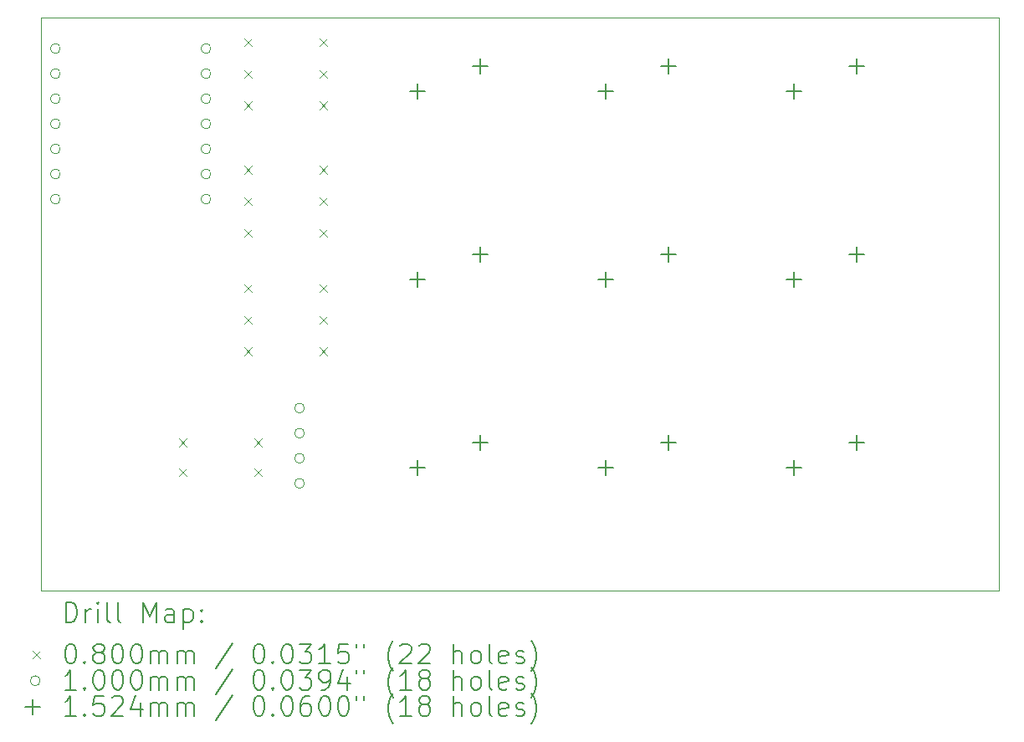
<source format=gbr>
%TF.GenerationSoftware,KiCad,Pcbnew,8.0.5+1*%
%TF.CreationDate,2024-10-20T23:15:56-06:00*%
%TF.ProjectId,Hackpad,4861636b-7061-4642-9e6b-696361645f70,rev?*%
%TF.SameCoordinates,Original*%
%TF.FileFunction,Drillmap*%
%TF.FilePolarity,Positive*%
%FSLAX45Y45*%
G04 Gerber Fmt 4.5, Leading zero omitted, Abs format (unit mm)*
G04 Created by KiCad (PCBNEW 8.0.5+1) date 2024-10-20 23:15:56*
%MOMM*%
%LPD*%
G01*
G04 APERTURE LIST*
%ADD10C,0.100000*%
%ADD11C,0.200000*%
%ADD12C,0.152400*%
G04 APERTURE END LIST*
D10*
X1600000Y-1500000D02*
X11300000Y-1500000D01*
X11300000Y-7300000D01*
X1600000Y-7300000D01*
X1600000Y-1500000D01*
D11*
D10*
X2998000Y-5760000D02*
X3078000Y-5840000D01*
X3078000Y-5760000D02*
X2998000Y-5840000D01*
X2998000Y-6060000D02*
X3078000Y-6140000D01*
X3078000Y-6060000D02*
X2998000Y-6140000D01*
X3660000Y-1707000D02*
X3740000Y-1787000D01*
X3740000Y-1707000D02*
X3660000Y-1787000D01*
X3660000Y-2027000D02*
X3740000Y-2107000D01*
X3740000Y-2027000D02*
X3660000Y-2107000D01*
X3660000Y-2347000D02*
X3740000Y-2427000D01*
X3740000Y-2347000D02*
X3660000Y-2427000D01*
X3660000Y-2997000D02*
X3740000Y-3077000D01*
X3740000Y-2997000D02*
X3660000Y-3077000D01*
X3660000Y-3317000D02*
X3740000Y-3397000D01*
X3740000Y-3317000D02*
X3660000Y-3397000D01*
X3660000Y-3637000D02*
X3740000Y-3717000D01*
X3740000Y-3637000D02*
X3660000Y-3717000D01*
X3660000Y-4197000D02*
X3740000Y-4277000D01*
X3740000Y-4197000D02*
X3660000Y-4277000D01*
X3660000Y-4517000D02*
X3740000Y-4597000D01*
X3740000Y-4517000D02*
X3660000Y-4597000D01*
X3660000Y-4837000D02*
X3740000Y-4917000D01*
X3740000Y-4837000D02*
X3660000Y-4917000D01*
X3760000Y-5760000D02*
X3840000Y-5840000D01*
X3840000Y-5760000D02*
X3760000Y-5840000D01*
X3760000Y-6060000D02*
X3840000Y-6140000D01*
X3840000Y-6060000D02*
X3760000Y-6140000D01*
X4422000Y-1707000D02*
X4502000Y-1787000D01*
X4502000Y-1707000D02*
X4422000Y-1787000D01*
X4422000Y-2027000D02*
X4502000Y-2107000D01*
X4502000Y-2027000D02*
X4422000Y-2107000D01*
X4422000Y-2347000D02*
X4502000Y-2427000D01*
X4502000Y-2347000D02*
X4422000Y-2427000D01*
X4422000Y-2997000D02*
X4502000Y-3077000D01*
X4502000Y-2997000D02*
X4422000Y-3077000D01*
X4422000Y-3317000D02*
X4502000Y-3397000D01*
X4502000Y-3317000D02*
X4422000Y-3397000D01*
X4422000Y-3637000D02*
X4502000Y-3717000D01*
X4502000Y-3637000D02*
X4422000Y-3717000D01*
X4422000Y-4197000D02*
X4502000Y-4277000D01*
X4502000Y-4197000D02*
X4422000Y-4277000D01*
X4422000Y-4517000D02*
X4502000Y-4597000D01*
X4502000Y-4517000D02*
X4422000Y-4597000D01*
X4422000Y-4837000D02*
X4502000Y-4917000D01*
X4502000Y-4837000D02*
X4422000Y-4917000D01*
X1798000Y-1810500D02*
G75*
G02*
X1698000Y-1810500I-50000J0D01*
G01*
X1698000Y-1810500D02*
G75*
G02*
X1798000Y-1810500I50000J0D01*
G01*
X1798000Y-2064500D02*
G75*
G02*
X1698000Y-2064500I-50000J0D01*
G01*
X1698000Y-2064500D02*
G75*
G02*
X1798000Y-2064500I50000J0D01*
G01*
X1798000Y-2318500D02*
G75*
G02*
X1698000Y-2318500I-50000J0D01*
G01*
X1698000Y-2318500D02*
G75*
G02*
X1798000Y-2318500I50000J0D01*
G01*
X1798000Y-2572500D02*
G75*
G02*
X1698000Y-2572500I-50000J0D01*
G01*
X1698000Y-2572500D02*
G75*
G02*
X1798000Y-2572500I50000J0D01*
G01*
X1798000Y-2826500D02*
G75*
G02*
X1698000Y-2826500I-50000J0D01*
G01*
X1698000Y-2826500D02*
G75*
G02*
X1798000Y-2826500I50000J0D01*
G01*
X1798000Y-3080500D02*
G75*
G02*
X1698000Y-3080500I-50000J0D01*
G01*
X1698000Y-3080500D02*
G75*
G02*
X1798000Y-3080500I50000J0D01*
G01*
X1798000Y-3334500D02*
G75*
G02*
X1698000Y-3334500I-50000J0D01*
G01*
X1698000Y-3334500D02*
G75*
G02*
X1798000Y-3334500I50000J0D01*
G01*
X3322000Y-1810500D02*
G75*
G02*
X3222000Y-1810500I-50000J0D01*
G01*
X3222000Y-1810500D02*
G75*
G02*
X3322000Y-1810500I50000J0D01*
G01*
X3322000Y-2064500D02*
G75*
G02*
X3222000Y-2064500I-50000J0D01*
G01*
X3222000Y-2064500D02*
G75*
G02*
X3322000Y-2064500I50000J0D01*
G01*
X3322000Y-2318500D02*
G75*
G02*
X3222000Y-2318500I-50000J0D01*
G01*
X3222000Y-2318500D02*
G75*
G02*
X3322000Y-2318500I50000J0D01*
G01*
X3322000Y-2572500D02*
G75*
G02*
X3222000Y-2572500I-50000J0D01*
G01*
X3222000Y-2572500D02*
G75*
G02*
X3322000Y-2572500I50000J0D01*
G01*
X3322000Y-2826500D02*
G75*
G02*
X3222000Y-2826500I-50000J0D01*
G01*
X3222000Y-2826500D02*
G75*
G02*
X3322000Y-2826500I50000J0D01*
G01*
X3322000Y-3080500D02*
G75*
G02*
X3222000Y-3080500I-50000J0D01*
G01*
X3222000Y-3080500D02*
G75*
G02*
X3322000Y-3080500I50000J0D01*
G01*
X3322000Y-3334500D02*
G75*
G02*
X3222000Y-3334500I-50000J0D01*
G01*
X3222000Y-3334500D02*
G75*
G02*
X3322000Y-3334500I50000J0D01*
G01*
X4269000Y-5450000D02*
G75*
G02*
X4169000Y-5450000I-50000J0D01*
G01*
X4169000Y-5450000D02*
G75*
G02*
X4269000Y-5450000I50000J0D01*
G01*
X4269000Y-5704000D02*
G75*
G02*
X4169000Y-5704000I-50000J0D01*
G01*
X4169000Y-5704000D02*
G75*
G02*
X4269000Y-5704000I50000J0D01*
G01*
X4269000Y-5958000D02*
G75*
G02*
X4169000Y-5958000I-50000J0D01*
G01*
X4169000Y-5958000D02*
G75*
G02*
X4269000Y-5958000I50000J0D01*
G01*
X4269000Y-6212000D02*
G75*
G02*
X4169000Y-6212000I-50000J0D01*
G01*
X4169000Y-6212000D02*
G75*
G02*
X4269000Y-6212000I50000J0D01*
G01*
D12*
X5409000Y-2169800D02*
X5409000Y-2322200D01*
X5332800Y-2246000D02*
X5485200Y-2246000D01*
X5409000Y-4074800D02*
X5409000Y-4227200D01*
X5332800Y-4151000D02*
X5485200Y-4151000D01*
X5409000Y-5979800D02*
X5409000Y-6132200D01*
X5332800Y-6056000D02*
X5485200Y-6056000D01*
X6044000Y-1915800D02*
X6044000Y-2068200D01*
X5967800Y-1992000D02*
X6120200Y-1992000D01*
X6044000Y-3820800D02*
X6044000Y-3973200D01*
X5967800Y-3897000D02*
X6120200Y-3897000D01*
X6044000Y-5725800D02*
X6044000Y-5878200D01*
X5967800Y-5802000D02*
X6120200Y-5802000D01*
X7314000Y-2169800D02*
X7314000Y-2322200D01*
X7237800Y-2246000D02*
X7390200Y-2246000D01*
X7314000Y-4074800D02*
X7314000Y-4227200D01*
X7237800Y-4151000D02*
X7390200Y-4151000D01*
X7314000Y-5979800D02*
X7314000Y-6132200D01*
X7237800Y-6056000D02*
X7390200Y-6056000D01*
X7949000Y-1915800D02*
X7949000Y-2068200D01*
X7872800Y-1992000D02*
X8025200Y-1992000D01*
X7949000Y-3820800D02*
X7949000Y-3973200D01*
X7872800Y-3897000D02*
X8025200Y-3897000D01*
X7949000Y-5725800D02*
X7949000Y-5878200D01*
X7872800Y-5802000D02*
X8025200Y-5802000D01*
X9219000Y-2169800D02*
X9219000Y-2322200D01*
X9142800Y-2246000D02*
X9295200Y-2246000D01*
X9219000Y-4074800D02*
X9219000Y-4227200D01*
X9142800Y-4151000D02*
X9295200Y-4151000D01*
X9219000Y-5979800D02*
X9219000Y-6132200D01*
X9142800Y-6056000D02*
X9295200Y-6056000D01*
X9854000Y-1915800D02*
X9854000Y-2068200D01*
X9777800Y-1992000D02*
X9930200Y-1992000D01*
X9854000Y-3820800D02*
X9854000Y-3973200D01*
X9777800Y-3897000D02*
X9930200Y-3897000D01*
X9854000Y-5725800D02*
X9854000Y-5878200D01*
X9777800Y-5802000D02*
X9930200Y-5802000D01*
D11*
X1855777Y-7616484D02*
X1855777Y-7416484D01*
X1855777Y-7416484D02*
X1903396Y-7416484D01*
X1903396Y-7416484D02*
X1931967Y-7426008D01*
X1931967Y-7426008D02*
X1951015Y-7445055D01*
X1951015Y-7445055D02*
X1960539Y-7464103D01*
X1960539Y-7464103D02*
X1970062Y-7502198D01*
X1970062Y-7502198D02*
X1970062Y-7530769D01*
X1970062Y-7530769D02*
X1960539Y-7568865D01*
X1960539Y-7568865D02*
X1951015Y-7587912D01*
X1951015Y-7587912D02*
X1931967Y-7606960D01*
X1931967Y-7606960D02*
X1903396Y-7616484D01*
X1903396Y-7616484D02*
X1855777Y-7616484D01*
X2055777Y-7616484D02*
X2055777Y-7483150D01*
X2055777Y-7521246D02*
X2065301Y-7502198D01*
X2065301Y-7502198D02*
X2074824Y-7492674D01*
X2074824Y-7492674D02*
X2093872Y-7483150D01*
X2093872Y-7483150D02*
X2112920Y-7483150D01*
X2179586Y-7616484D02*
X2179586Y-7483150D01*
X2179586Y-7416484D02*
X2170063Y-7426008D01*
X2170063Y-7426008D02*
X2179586Y-7435531D01*
X2179586Y-7435531D02*
X2189110Y-7426008D01*
X2189110Y-7426008D02*
X2179586Y-7416484D01*
X2179586Y-7416484D02*
X2179586Y-7435531D01*
X2303396Y-7616484D02*
X2284348Y-7606960D01*
X2284348Y-7606960D02*
X2274824Y-7587912D01*
X2274824Y-7587912D02*
X2274824Y-7416484D01*
X2408158Y-7616484D02*
X2389110Y-7606960D01*
X2389110Y-7606960D02*
X2379586Y-7587912D01*
X2379586Y-7587912D02*
X2379586Y-7416484D01*
X2636729Y-7616484D02*
X2636729Y-7416484D01*
X2636729Y-7416484D02*
X2703396Y-7559341D01*
X2703396Y-7559341D02*
X2770063Y-7416484D01*
X2770063Y-7416484D02*
X2770063Y-7616484D01*
X2951015Y-7616484D02*
X2951015Y-7511722D01*
X2951015Y-7511722D02*
X2941491Y-7492674D01*
X2941491Y-7492674D02*
X2922443Y-7483150D01*
X2922443Y-7483150D02*
X2884348Y-7483150D01*
X2884348Y-7483150D02*
X2865301Y-7492674D01*
X2951015Y-7606960D02*
X2931967Y-7616484D01*
X2931967Y-7616484D02*
X2884348Y-7616484D01*
X2884348Y-7616484D02*
X2865301Y-7606960D01*
X2865301Y-7606960D02*
X2855777Y-7587912D01*
X2855777Y-7587912D02*
X2855777Y-7568865D01*
X2855777Y-7568865D02*
X2865301Y-7549817D01*
X2865301Y-7549817D02*
X2884348Y-7540293D01*
X2884348Y-7540293D02*
X2931967Y-7540293D01*
X2931967Y-7540293D02*
X2951015Y-7530769D01*
X3046253Y-7483150D02*
X3046253Y-7683150D01*
X3046253Y-7492674D02*
X3065301Y-7483150D01*
X3065301Y-7483150D02*
X3103396Y-7483150D01*
X3103396Y-7483150D02*
X3122443Y-7492674D01*
X3122443Y-7492674D02*
X3131967Y-7502198D01*
X3131967Y-7502198D02*
X3141491Y-7521246D01*
X3141491Y-7521246D02*
X3141491Y-7578388D01*
X3141491Y-7578388D02*
X3131967Y-7597436D01*
X3131967Y-7597436D02*
X3122443Y-7606960D01*
X3122443Y-7606960D02*
X3103396Y-7616484D01*
X3103396Y-7616484D02*
X3065301Y-7616484D01*
X3065301Y-7616484D02*
X3046253Y-7606960D01*
X3227205Y-7597436D02*
X3236729Y-7606960D01*
X3236729Y-7606960D02*
X3227205Y-7616484D01*
X3227205Y-7616484D02*
X3217682Y-7606960D01*
X3217682Y-7606960D02*
X3227205Y-7597436D01*
X3227205Y-7597436D02*
X3227205Y-7616484D01*
X3227205Y-7492674D02*
X3236729Y-7502198D01*
X3236729Y-7502198D02*
X3227205Y-7511722D01*
X3227205Y-7511722D02*
X3217682Y-7502198D01*
X3217682Y-7502198D02*
X3227205Y-7492674D01*
X3227205Y-7492674D02*
X3227205Y-7511722D01*
D10*
X1515000Y-7905000D02*
X1595000Y-7985000D01*
X1595000Y-7905000D02*
X1515000Y-7985000D01*
D11*
X1893872Y-7836484D02*
X1912920Y-7836484D01*
X1912920Y-7836484D02*
X1931967Y-7846008D01*
X1931967Y-7846008D02*
X1941491Y-7855531D01*
X1941491Y-7855531D02*
X1951015Y-7874579D01*
X1951015Y-7874579D02*
X1960539Y-7912674D01*
X1960539Y-7912674D02*
X1960539Y-7960293D01*
X1960539Y-7960293D02*
X1951015Y-7998388D01*
X1951015Y-7998388D02*
X1941491Y-8017436D01*
X1941491Y-8017436D02*
X1931967Y-8026960D01*
X1931967Y-8026960D02*
X1912920Y-8036484D01*
X1912920Y-8036484D02*
X1893872Y-8036484D01*
X1893872Y-8036484D02*
X1874824Y-8026960D01*
X1874824Y-8026960D02*
X1865301Y-8017436D01*
X1865301Y-8017436D02*
X1855777Y-7998388D01*
X1855777Y-7998388D02*
X1846253Y-7960293D01*
X1846253Y-7960293D02*
X1846253Y-7912674D01*
X1846253Y-7912674D02*
X1855777Y-7874579D01*
X1855777Y-7874579D02*
X1865301Y-7855531D01*
X1865301Y-7855531D02*
X1874824Y-7846008D01*
X1874824Y-7846008D02*
X1893872Y-7836484D01*
X2046253Y-8017436D02*
X2055777Y-8026960D01*
X2055777Y-8026960D02*
X2046253Y-8036484D01*
X2046253Y-8036484D02*
X2036729Y-8026960D01*
X2036729Y-8026960D02*
X2046253Y-8017436D01*
X2046253Y-8017436D02*
X2046253Y-8036484D01*
X2170063Y-7922198D02*
X2151015Y-7912674D01*
X2151015Y-7912674D02*
X2141491Y-7903150D01*
X2141491Y-7903150D02*
X2131967Y-7884103D01*
X2131967Y-7884103D02*
X2131967Y-7874579D01*
X2131967Y-7874579D02*
X2141491Y-7855531D01*
X2141491Y-7855531D02*
X2151015Y-7846008D01*
X2151015Y-7846008D02*
X2170063Y-7836484D01*
X2170063Y-7836484D02*
X2208158Y-7836484D01*
X2208158Y-7836484D02*
X2227205Y-7846008D01*
X2227205Y-7846008D02*
X2236729Y-7855531D01*
X2236729Y-7855531D02*
X2246253Y-7874579D01*
X2246253Y-7874579D02*
X2246253Y-7884103D01*
X2246253Y-7884103D02*
X2236729Y-7903150D01*
X2236729Y-7903150D02*
X2227205Y-7912674D01*
X2227205Y-7912674D02*
X2208158Y-7922198D01*
X2208158Y-7922198D02*
X2170063Y-7922198D01*
X2170063Y-7922198D02*
X2151015Y-7931722D01*
X2151015Y-7931722D02*
X2141491Y-7941246D01*
X2141491Y-7941246D02*
X2131967Y-7960293D01*
X2131967Y-7960293D02*
X2131967Y-7998388D01*
X2131967Y-7998388D02*
X2141491Y-8017436D01*
X2141491Y-8017436D02*
X2151015Y-8026960D01*
X2151015Y-8026960D02*
X2170063Y-8036484D01*
X2170063Y-8036484D02*
X2208158Y-8036484D01*
X2208158Y-8036484D02*
X2227205Y-8026960D01*
X2227205Y-8026960D02*
X2236729Y-8017436D01*
X2236729Y-8017436D02*
X2246253Y-7998388D01*
X2246253Y-7998388D02*
X2246253Y-7960293D01*
X2246253Y-7960293D02*
X2236729Y-7941246D01*
X2236729Y-7941246D02*
X2227205Y-7931722D01*
X2227205Y-7931722D02*
X2208158Y-7922198D01*
X2370063Y-7836484D02*
X2389110Y-7836484D01*
X2389110Y-7836484D02*
X2408158Y-7846008D01*
X2408158Y-7846008D02*
X2417682Y-7855531D01*
X2417682Y-7855531D02*
X2427205Y-7874579D01*
X2427205Y-7874579D02*
X2436729Y-7912674D01*
X2436729Y-7912674D02*
X2436729Y-7960293D01*
X2436729Y-7960293D02*
X2427205Y-7998388D01*
X2427205Y-7998388D02*
X2417682Y-8017436D01*
X2417682Y-8017436D02*
X2408158Y-8026960D01*
X2408158Y-8026960D02*
X2389110Y-8036484D01*
X2389110Y-8036484D02*
X2370063Y-8036484D01*
X2370063Y-8036484D02*
X2351015Y-8026960D01*
X2351015Y-8026960D02*
X2341491Y-8017436D01*
X2341491Y-8017436D02*
X2331967Y-7998388D01*
X2331967Y-7998388D02*
X2322444Y-7960293D01*
X2322444Y-7960293D02*
X2322444Y-7912674D01*
X2322444Y-7912674D02*
X2331967Y-7874579D01*
X2331967Y-7874579D02*
X2341491Y-7855531D01*
X2341491Y-7855531D02*
X2351015Y-7846008D01*
X2351015Y-7846008D02*
X2370063Y-7836484D01*
X2560539Y-7836484D02*
X2579586Y-7836484D01*
X2579586Y-7836484D02*
X2598634Y-7846008D01*
X2598634Y-7846008D02*
X2608158Y-7855531D01*
X2608158Y-7855531D02*
X2617682Y-7874579D01*
X2617682Y-7874579D02*
X2627205Y-7912674D01*
X2627205Y-7912674D02*
X2627205Y-7960293D01*
X2627205Y-7960293D02*
X2617682Y-7998388D01*
X2617682Y-7998388D02*
X2608158Y-8017436D01*
X2608158Y-8017436D02*
X2598634Y-8026960D01*
X2598634Y-8026960D02*
X2579586Y-8036484D01*
X2579586Y-8036484D02*
X2560539Y-8036484D01*
X2560539Y-8036484D02*
X2541491Y-8026960D01*
X2541491Y-8026960D02*
X2531967Y-8017436D01*
X2531967Y-8017436D02*
X2522444Y-7998388D01*
X2522444Y-7998388D02*
X2512920Y-7960293D01*
X2512920Y-7960293D02*
X2512920Y-7912674D01*
X2512920Y-7912674D02*
X2522444Y-7874579D01*
X2522444Y-7874579D02*
X2531967Y-7855531D01*
X2531967Y-7855531D02*
X2541491Y-7846008D01*
X2541491Y-7846008D02*
X2560539Y-7836484D01*
X2712920Y-8036484D02*
X2712920Y-7903150D01*
X2712920Y-7922198D02*
X2722444Y-7912674D01*
X2722444Y-7912674D02*
X2741491Y-7903150D01*
X2741491Y-7903150D02*
X2770063Y-7903150D01*
X2770063Y-7903150D02*
X2789110Y-7912674D01*
X2789110Y-7912674D02*
X2798634Y-7931722D01*
X2798634Y-7931722D02*
X2798634Y-8036484D01*
X2798634Y-7931722D02*
X2808158Y-7912674D01*
X2808158Y-7912674D02*
X2827205Y-7903150D01*
X2827205Y-7903150D02*
X2855777Y-7903150D01*
X2855777Y-7903150D02*
X2874824Y-7912674D01*
X2874824Y-7912674D02*
X2884348Y-7931722D01*
X2884348Y-7931722D02*
X2884348Y-8036484D01*
X2979586Y-8036484D02*
X2979586Y-7903150D01*
X2979586Y-7922198D02*
X2989110Y-7912674D01*
X2989110Y-7912674D02*
X3008158Y-7903150D01*
X3008158Y-7903150D02*
X3036729Y-7903150D01*
X3036729Y-7903150D02*
X3055777Y-7912674D01*
X3055777Y-7912674D02*
X3065301Y-7931722D01*
X3065301Y-7931722D02*
X3065301Y-8036484D01*
X3065301Y-7931722D02*
X3074824Y-7912674D01*
X3074824Y-7912674D02*
X3093872Y-7903150D01*
X3093872Y-7903150D02*
X3122443Y-7903150D01*
X3122443Y-7903150D02*
X3141491Y-7912674D01*
X3141491Y-7912674D02*
X3151015Y-7931722D01*
X3151015Y-7931722D02*
X3151015Y-8036484D01*
X3541491Y-7826960D02*
X3370063Y-8084103D01*
X3798634Y-7836484D02*
X3817682Y-7836484D01*
X3817682Y-7836484D02*
X3836729Y-7846008D01*
X3836729Y-7846008D02*
X3846253Y-7855531D01*
X3846253Y-7855531D02*
X3855777Y-7874579D01*
X3855777Y-7874579D02*
X3865301Y-7912674D01*
X3865301Y-7912674D02*
X3865301Y-7960293D01*
X3865301Y-7960293D02*
X3855777Y-7998388D01*
X3855777Y-7998388D02*
X3846253Y-8017436D01*
X3846253Y-8017436D02*
X3836729Y-8026960D01*
X3836729Y-8026960D02*
X3817682Y-8036484D01*
X3817682Y-8036484D02*
X3798634Y-8036484D01*
X3798634Y-8036484D02*
X3779586Y-8026960D01*
X3779586Y-8026960D02*
X3770063Y-8017436D01*
X3770063Y-8017436D02*
X3760539Y-7998388D01*
X3760539Y-7998388D02*
X3751015Y-7960293D01*
X3751015Y-7960293D02*
X3751015Y-7912674D01*
X3751015Y-7912674D02*
X3760539Y-7874579D01*
X3760539Y-7874579D02*
X3770063Y-7855531D01*
X3770063Y-7855531D02*
X3779586Y-7846008D01*
X3779586Y-7846008D02*
X3798634Y-7836484D01*
X3951015Y-8017436D02*
X3960539Y-8026960D01*
X3960539Y-8026960D02*
X3951015Y-8036484D01*
X3951015Y-8036484D02*
X3941491Y-8026960D01*
X3941491Y-8026960D02*
X3951015Y-8017436D01*
X3951015Y-8017436D02*
X3951015Y-8036484D01*
X4084348Y-7836484D02*
X4103396Y-7836484D01*
X4103396Y-7836484D02*
X4122444Y-7846008D01*
X4122444Y-7846008D02*
X4131967Y-7855531D01*
X4131967Y-7855531D02*
X4141491Y-7874579D01*
X4141491Y-7874579D02*
X4151015Y-7912674D01*
X4151015Y-7912674D02*
X4151015Y-7960293D01*
X4151015Y-7960293D02*
X4141491Y-7998388D01*
X4141491Y-7998388D02*
X4131967Y-8017436D01*
X4131967Y-8017436D02*
X4122444Y-8026960D01*
X4122444Y-8026960D02*
X4103396Y-8036484D01*
X4103396Y-8036484D02*
X4084348Y-8036484D01*
X4084348Y-8036484D02*
X4065301Y-8026960D01*
X4065301Y-8026960D02*
X4055777Y-8017436D01*
X4055777Y-8017436D02*
X4046253Y-7998388D01*
X4046253Y-7998388D02*
X4036729Y-7960293D01*
X4036729Y-7960293D02*
X4036729Y-7912674D01*
X4036729Y-7912674D02*
X4046253Y-7874579D01*
X4046253Y-7874579D02*
X4055777Y-7855531D01*
X4055777Y-7855531D02*
X4065301Y-7846008D01*
X4065301Y-7846008D02*
X4084348Y-7836484D01*
X4217682Y-7836484D02*
X4341491Y-7836484D01*
X4341491Y-7836484D02*
X4274825Y-7912674D01*
X4274825Y-7912674D02*
X4303396Y-7912674D01*
X4303396Y-7912674D02*
X4322444Y-7922198D01*
X4322444Y-7922198D02*
X4331968Y-7931722D01*
X4331968Y-7931722D02*
X4341491Y-7950769D01*
X4341491Y-7950769D02*
X4341491Y-7998388D01*
X4341491Y-7998388D02*
X4331968Y-8017436D01*
X4331968Y-8017436D02*
X4322444Y-8026960D01*
X4322444Y-8026960D02*
X4303396Y-8036484D01*
X4303396Y-8036484D02*
X4246253Y-8036484D01*
X4246253Y-8036484D02*
X4227206Y-8026960D01*
X4227206Y-8026960D02*
X4217682Y-8017436D01*
X4531968Y-8036484D02*
X4417682Y-8036484D01*
X4474825Y-8036484D02*
X4474825Y-7836484D01*
X4474825Y-7836484D02*
X4455777Y-7865055D01*
X4455777Y-7865055D02*
X4436729Y-7884103D01*
X4436729Y-7884103D02*
X4417682Y-7893627D01*
X4712920Y-7836484D02*
X4617682Y-7836484D01*
X4617682Y-7836484D02*
X4608158Y-7931722D01*
X4608158Y-7931722D02*
X4617682Y-7922198D01*
X4617682Y-7922198D02*
X4636729Y-7912674D01*
X4636729Y-7912674D02*
X4684349Y-7912674D01*
X4684349Y-7912674D02*
X4703396Y-7922198D01*
X4703396Y-7922198D02*
X4712920Y-7931722D01*
X4712920Y-7931722D02*
X4722444Y-7950769D01*
X4722444Y-7950769D02*
X4722444Y-7998388D01*
X4722444Y-7998388D02*
X4712920Y-8017436D01*
X4712920Y-8017436D02*
X4703396Y-8026960D01*
X4703396Y-8026960D02*
X4684349Y-8036484D01*
X4684349Y-8036484D02*
X4636729Y-8036484D01*
X4636729Y-8036484D02*
X4617682Y-8026960D01*
X4617682Y-8026960D02*
X4608158Y-8017436D01*
X4798634Y-7836484D02*
X4798634Y-7874579D01*
X4874825Y-7836484D02*
X4874825Y-7874579D01*
X5170063Y-8112674D02*
X5160539Y-8103150D01*
X5160539Y-8103150D02*
X5141491Y-8074579D01*
X5141491Y-8074579D02*
X5131968Y-8055531D01*
X5131968Y-8055531D02*
X5122444Y-8026960D01*
X5122444Y-8026960D02*
X5112920Y-7979341D01*
X5112920Y-7979341D02*
X5112920Y-7941246D01*
X5112920Y-7941246D02*
X5122444Y-7893627D01*
X5122444Y-7893627D02*
X5131968Y-7865055D01*
X5131968Y-7865055D02*
X5141491Y-7846008D01*
X5141491Y-7846008D02*
X5160539Y-7817436D01*
X5160539Y-7817436D02*
X5170063Y-7807912D01*
X5236730Y-7855531D02*
X5246253Y-7846008D01*
X5246253Y-7846008D02*
X5265301Y-7836484D01*
X5265301Y-7836484D02*
X5312920Y-7836484D01*
X5312920Y-7836484D02*
X5331968Y-7846008D01*
X5331968Y-7846008D02*
X5341491Y-7855531D01*
X5341491Y-7855531D02*
X5351015Y-7874579D01*
X5351015Y-7874579D02*
X5351015Y-7893627D01*
X5351015Y-7893627D02*
X5341491Y-7922198D01*
X5341491Y-7922198D02*
X5227206Y-8036484D01*
X5227206Y-8036484D02*
X5351015Y-8036484D01*
X5427206Y-7855531D02*
X5436730Y-7846008D01*
X5436730Y-7846008D02*
X5455777Y-7836484D01*
X5455777Y-7836484D02*
X5503396Y-7836484D01*
X5503396Y-7836484D02*
X5522444Y-7846008D01*
X5522444Y-7846008D02*
X5531968Y-7855531D01*
X5531968Y-7855531D02*
X5541491Y-7874579D01*
X5541491Y-7874579D02*
X5541491Y-7893627D01*
X5541491Y-7893627D02*
X5531968Y-7922198D01*
X5531968Y-7922198D02*
X5417682Y-8036484D01*
X5417682Y-8036484D02*
X5541491Y-8036484D01*
X5779587Y-8036484D02*
X5779587Y-7836484D01*
X5865301Y-8036484D02*
X5865301Y-7931722D01*
X5865301Y-7931722D02*
X5855777Y-7912674D01*
X5855777Y-7912674D02*
X5836730Y-7903150D01*
X5836730Y-7903150D02*
X5808158Y-7903150D01*
X5808158Y-7903150D02*
X5789110Y-7912674D01*
X5789110Y-7912674D02*
X5779587Y-7922198D01*
X5989110Y-8036484D02*
X5970063Y-8026960D01*
X5970063Y-8026960D02*
X5960539Y-8017436D01*
X5960539Y-8017436D02*
X5951015Y-7998388D01*
X5951015Y-7998388D02*
X5951015Y-7941246D01*
X5951015Y-7941246D02*
X5960539Y-7922198D01*
X5960539Y-7922198D02*
X5970063Y-7912674D01*
X5970063Y-7912674D02*
X5989110Y-7903150D01*
X5989110Y-7903150D02*
X6017682Y-7903150D01*
X6017682Y-7903150D02*
X6036730Y-7912674D01*
X6036730Y-7912674D02*
X6046253Y-7922198D01*
X6046253Y-7922198D02*
X6055777Y-7941246D01*
X6055777Y-7941246D02*
X6055777Y-7998388D01*
X6055777Y-7998388D02*
X6046253Y-8017436D01*
X6046253Y-8017436D02*
X6036730Y-8026960D01*
X6036730Y-8026960D02*
X6017682Y-8036484D01*
X6017682Y-8036484D02*
X5989110Y-8036484D01*
X6170063Y-8036484D02*
X6151015Y-8026960D01*
X6151015Y-8026960D02*
X6141491Y-8007912D01*
X6141491Y-8007912D02*
X6141491Y-7836484D01*
X6322444Y-8026960D02*
X6303396Y-8036484D01*
X6303396Y-8036484D02*
X6265301Y-8036484D01*
X6265301Y-8036484D02*
X6246253Y-8026960D01*
X6246253Y-8026960D02*
X6236730Y-8007912D01*
X6236730Y-8007912D02*
X6236730Y-7931722D01*
X6236730Y-7931722D02*
X6246253Y-7912674D01*
X6246253Y-7912674D02*
X6265301Y-7903150D01*
X6265301Y-7903150D02*
X6303396Y-7903150D01*
X6303396Y-7903150D02*
X6322444Y-7912674D01*
X6322444Y-7912674D02*
X6331968Y-7931722D01*
X6331968Y-7931722D02*
X6331968Y-7950769D01*
X6331968Y-7950769D02*
X6236730Y-7969817D01*
X6408158Y-8026960D02*
X6427206Y-8036484D01*
X6427206Y-8036484D02*
X6465301Y-8036484D01*
X6465301Y-8036484D02*
X6484349Y-8026960D01*
X6484349Y-8026960D02*
X6493872Y-8007912D01*
X6493872Y-8007912D02*
X6493872Y-7998388D01*
X6493872Y-7998388D02*
X6484349Y-7979341D01*
X6484349Y-7979341D02*
X6465301Y-7969817D01*
X6465301Y-7969817D02*
X6436730Y-7969817D01*
X6436730Y-7969817D02*
X6417682Y-7960293D01*
X6417682Y-7960293D02*
X6408158Y-7941246D01*
X6408158Y-7941246D02*
X6408158Y-7931722D01*
X6408158Y-7931722D02*
X6417682Y-7912674D01*
X6417682Y-7912674D02*
X6436730Y-7903150D01*
X6436730Y-7903150D02*
X6465301Y-7903150D01*
X6465301Y-7903150D02*
X6484349Y-7912674D01*
X6560539Y-8112674D02*
X6570063Y-8103150D01*
X6570063Y-8103150D02*
X6589111Y-8074579D01*
X6589111Y-8074579D02*
X6598634Y-8055531D01*
X6598634Y-8055531D02*
X6608158Y-8026960D01*
X6608158Y-8026960D02*
X6617682Y-7979341D01*
X6617682Y-7979341D02*
X6617682Y-7941246D01*
X6617682Y-7941246D02*
X6608158Y-7893627D01*
X6608158Y-7893627D02*
X6598634Y-7865055D01*
X6598634Y-7865055D02*
X6589111Y-7846008D01*
X6589111Y-7846008D02*
X6570063Y-7817436D01*
X6570063Y-7817436D02*
X6560539Y-7807912D01*
D10*
X1595000Y-8209000D02*
G75*
G02*
X1495000Y-8209000I-50000J0D01*
G01*
X1495000Y-8209000D02*
G75*
G02*
X1595000Y-8209000I50000J0D01*
G01*
D11*
X1960539Y-8300484D02*
X1846253Y-8300484D01*
X1903396Y-8300484D02*
X1903396Y-8100484D01*
X1903396Y-8100484D02*
X1884348Y-8129055D01*
X1884348Y-8129055D02*
X1865301Y-8148103D01*
X1865301Y-8148103D02*
X1846253Y-8157627D01*
X2046253Y-8281436D02*
X2055777Y-8290960D01*
X2055777Y-8290960D02*
X2046253Y-8300484D01*
X2046253Y-8300484D02*
X2036729Y-8290960D01*
X2036729Y-8290960D02*
X2046253Y-8281436D01*
X2046253Y-8281436D02*
X2046253Y-8300484D01*
X2179586Y-8100484D02*
X2198634Y-8100484D01*
X2198634Y-8100484D02*
X2217682Y-8110008D01*
X2217682Y-8110008D02*
X2227205Y-8119531D01*
X2227205Y-8119531D02*
X2236729Y-8138579D01*
X2236729Y-8138579D02*
X2246253Y-8176674D01*
X2246253Y-8176674D02*
X2246253Y-8224293D01*
X2246253Y-8224293D02*
X2236729Y-8262388D01*
X2236729Y-8262388D02*
X2227205Y-8281436D01*
X2227205Y-8281436D02*
X2217682Y-8290960D01*
X2217682Y-8290960D02*
X2198634Y-8300484D01*
X2198634Y-8300484D02*
X2179586Y-8300484D01*
X2179586Y-8300484D02*
X2160539Y-8290960D01*
X2160539Y-8290960D02*
X2151015Y-8281436D01*
X2151015Y-8281436D02*
X2141491Y-8262388D01*
X2141491Y-8262388D02*
X2131967Y-8224293D01*
X2131967Y-8224293D02*
X2131967Y-8176674D01*
X2131967Y-8176674D02*
X2141491Y-8138579D01*
X2141491Y-8138579D02*
X2151015Y-8119531D01*
X2151015Y-8119531D02*
X2160539Y-8110008D01*
X2160539Y-8110008D02*
X2179586Y-8100484D01*
X2370063Y-8100484D02*
X2389110Y-8100484D01*
X2389110Y-8100484D02*
X2408158Y-8110008D01*
X2408158Y-8110008D02*
X2417682Y-8119531D01*
X2417682Y-8119531D02*
X2427205Y-8138579D01*
X2427205Y-8138579D02*
X2436729Y-8176674D01*
X2436729Y-8176674D02*
X2436729Y-8224293D01*
X2436729Y-8224293D02*
X2427205Y-8262388D01*
X2427205Y-8262388D02*
X2417682Y-8281436D01*
X2417682Y-8281436D02*
X2408158Y-8290960D01*
X2408158Y-8290960D02*
X2389110Y-8300484D01*
X2389110Y-8300484D02*
X2370063Y-8300484D01*
X2370063Y-8300484D02*
X2351015Y-8290960D01*
X2351015Y-8290960D02*
X2341491Y-8281436D01*
X2341491Y-8281436D02*
X2331967Y-8262388D01*
X2331967Y-8262388D02*
X2322444Y-8224293D01*
X2322444Y-8224293D02*
X2322444Y-8176674D01*
X2322444Y-8176674D02*
X2331967Y-8138579D01*
X2331967Y-8138579D02*
X2341491Y-8119531D01*
X2341491Y-8119531D02*
X2351015Y-8110008D01*
X2351015Y-8110008D02*
X2370063Y-8100484D01*
X2560539Y-8100484D02*
X2579586Y-8100484D01*
X2579586Y-8100484D02*
X2598634Y-8110008D01*
X2598634Y-8110008D02*
X2608158Y-8119531D01*
X2608158Y-8119531D02*
X2617682Y-8138579D01*
X2617682Y-8138579D02*
X2627205Y-8176674D01*
X2627205Y-8176674D02*
X2627205Y-8224293D01*
X2627205Y-8224293D02*
X2617682Y-8262388D01*
X2617682Y-8262388D02*
X2608158Y-8281436D01*
X2608158Y-8281436D02*
X2598634Y-8290960D01*
X2598634Y-8290960D02*
X2579586Y-8300484D01*
X2579586Y-8300484D02*
X2560539Y-8300484D01*
X2560539Y-8300484D02*
X2541491Y-8290960D01*
X2541491Y-8290960D02*
X2531967Y-8281436D01*
X2531967Y-8281436D02*
X2522444Y-8262388D01*
X2522444Y-8262388D02*
X2512920Y-8224293D01*
X2512920Y-8224293D02*
X2512920Y-8176674D01*
X2512920Y-8176674D02*
X2522444Y-8138579D01*
X2522444Y-8138579D02*
X2531967Y-8119531D01*
X2531967Y-8119531D02*
X2541491Y-8110008D01*
X2541491Y-8110008D02*
X2560539Y-8100484D01*
X2712920Y-8300484D02*
X2712920Y-8167150D01*
X2712920Y-8186198D02*
X2722444Y-8176674D01*
X2722444Y-8176674D02*
X2741491Y-8167150D01*
X2741491Y-8167150D02*
X2770063Y-8167150D01*
X2770063Y-8167150D02*
X2789110Y-8176674D01*
X2789110Y-8176674D02*
X2798634Y-8195722D01*
X2798634Y-8195722D02*
X2798634Y-8300484D01*
X2798634Y-8195722D02*
X2808158Y-8176674D01*
X2808158Y-8176674D02*
X2827205Y-8167150D01*
X2827205Y-8167150D02*
X2855777Y-8167150D01*
X2855777Y-8167150D02*
X2874824Y-8176674D01*
X2874824Y-8176674D02*
X2884348Y-8195722D01*
X2884348Y-8195722D02*
X2884348Y-8300484D01*
X2979586Y-8300484D02*
X2979586Y-8167150D01*
X2979586Y-8186198D02*
X2989110Y-8176674D01*
X2989110Y-8176674D02*
X3008158Y-8167150D01*
X3008158Y-8167150D02*
X3036729Y-8167150D01*
X3036729Y-8167150D02*
X3055777Y-8176674D01*
X3055777Y-8176674D02*
X3065301Y-8195722D01*
X3065301Y-8195722D02*
X3065301Y-8300484D01*
X3065301Y-8195722D02*
X3074824Y-8176674D01*
X3074824Y-8176674D02*
X3093872Y-8167150D01*
X3093872Y-8167150D02*
X3122443Y-8167150D01*
X3122443Y-8167150D02*
X3141491Y-8176674D01*
X3141491Y-8176674D02*
X3151015Y-8195722D01*
X3151015Y-8195722D02*
X3151015Y-8300484D01*
X3541491Y-8090960D02*
X3370063Y-8348103D01*
X3798634Y-8100484D02*
X3817682Y-8100484D01*
X3817682Y-8100484D02*
X3836729Y-8110008D01*
X3836729Y-8110008D02*
X3846253Y-8119531D01*
X3846253Y-8119531D02*
X3855777Y-8138579D01*
X3855777Y-8138579D02*
X3865301Y-8176674D01*
X3865301Y-8176674D02*
X3865301Y-8224293D01*
X3865301Y-8224293D02*
X3855777Y-8262388D01*
X3855777Y-8262388D02*
X3846253Y-8281436D01*
X3846253Y-8281436D02*
X3836729Y-8290960D01*
X3836729Y-8290960D02*
X3817682Y-8300484D01*
X3817682Y-8300484D02*
X3798634Y-8300484D01*
X3798634Y-8300484D02*
X3779586Y-8290960D01*
X3779586Y-8290960D02*
X3770063Y-8281436D01*
X3770063Y-8281436D02*
X3760539Y-8262388D01*
X3760539Y-8262388D02*
X3751015Y-8224293D01*
X3751015Y-8224293D02*
X3751015Y-8176674D01*
X3751015Y-8176674D02*
X3760539Y-8138579D01*
X3760539Y-8138579D02*
X3770063Y-8119531D01*
X3770063Y-8119531D02*
X3779586Y-8110008D01*
X3779586Y-8110008D02*
X3798634Y-8100484D01*
X3951015Y-8281436D02*
X3960539Y-8290960D01*
X3960539Y-8290960D02*
X3951015Y-8300484D01*
X3951015Y-8300484D02*
X3941491Y-8290960D01*
X3941491Y-8290960D02*
X3951015Y-8281436D01*
X3951015Y-8281436D02*
X3951015Y-8300484D01*
X4084348Y-8100484D02*
X4103396Y-8100484D01*
X4103396Y-8100484D02*
X4122444Y-8110008D01*
X4122444Y-8110008D02*
X4131967Y-8119531D01*
X4131967Y-8119531D02*
X4141491Y-8138579D01*
X4141491Y-8138579D02*
X4151015Y-8176674D01*
X4151015Y-8176674D02*
X4151015Y-8224293D01*
X4151015Y-8224293D02*
X4141491Y-8262388D01*
X4141491Y-8262388D02*
X4131967Y-8281436D01*
X4131967Y-8281436D02*
X4122444Y-8290960D01*
X4122444Y-8290960D02*
X4103396Y-8300484D01*
X4103396Y-8300484D02*
X4084348Y-8300484D01*
X4084348Y-8300484D02*
X4065301Y-8290960D01*
X4065301Y-8290960D02*
X4055777Y-8281436D01*
X4055777Y-8281436D02*
X4046253Y-8262388D01*
X4046253Y-8262388D02*
X4036729Y-8224293D01*
X4036729Y-8224293D02*
X4036729Y-8176674D01*
X4036729Y-8176674D02*
X4046253Y-8138579D01*
X4046253Y-8138579D02*
X4055777Y-8119531D01*
X4055777Y-8119531D02*
X4065301Y-8110008D01*
X4065301Y-8110008D02*
X4084348Y-8100484D01*
X4217682Y-8100484D02*
X4341491Y-8100484D01*
X4341491Y-8100484D02*
X4274825Y-8176674D01*
X4274825Y-8176674D02*
X4303396Y-8176674D01*
X4303396Y-8176674D02*
X4322444Y-8186198D01*
X4322444Y-8186198D02*
X4331968Y-8195722D01*
X4331968Y-8195722D02*
X4341491Y-8214769D01*
X4341491Y-8214769D02*
X4341491Y-8262388D01*
X4341491Y-8262388D02*
X4331968Y-8281436D01*
X4331968Y-8281436D02*
X4322444Y-8290960D01*
X4322444Y-8290960D02*
X4303396Y-8300484D01*
X4303396Y-8300484D02*
X4246253Y-8300484D01*
X4246253Y-8300484D02*
X4227206Y-8290960D01*
X4227206Y-8290960D02*
X4217682Y-8281436D01*
X4436729Y-8300484D02*
X4474825Y-8300484D01*
X4474825Y-8300484D02*
X4493872Y-8290960D01*
X4493872Y-8290960D02*
X4503396Y-8281436D01*
X4503396Y-8281436D02*
X4522444Y-8252865D01*
X4522444Y-8252865D02*
X4531968Y-8214769D01*
X4531968Y-8214769D02*
X4531968Y-8138579D01*
X4531968Y-8138579D02*
X4522444Y-8119531D01*
X4522444Y-8119531D02*
X4512920Y-8110008D01*
X4512920Y-8110008D02*
X4493872Y-8100484D01*
X4493872Y-8100484D02*
X4455777Y-8100484D01*
X4455777Y-8100484D02*
X4436729Y-8110008D01*
X4436729Y-8110008D02*
X4427206Y-8119531D01*
X4427206Y-8119531D02*
X4417682Y-8138579D01*
X4417682Y-8138579D02*
X4417682Y-8186198D01*
X4417682Y-8186198D02*
X4427206Y-8205246D01*
X4427206Y-8205246D02*
X4436729Y-8214769D01*
X4436729Y-8214769D02*
X4455777Y-8224293D01*
X4455777Y-8224293D02*
X4493872Y-8224293D01*
X4493872Y-8224293D02*
X4512920Y-8214769D01*
X4512920Y-8214769D02*
X4522444Y-8205246D01*
X4522444Y-8205246D02*
X4531968Y-8186198D01*
X4703396Y-8167150D02*
X4703396Y-8300484D01*
X4655777Y-8090960D02*
X4608158Y-8233817D01*
X4608158Y-8233817D02*
X4731968Y-8233817D01*
X4798634Y-8100484D02*
X4798634Y-8138579D01*
X4874825Y-8100484D02*
X4874825Y-8138579D01*
X5170063Y-8376674D02*
X5160539Y-8367150D01*
X5160539Y-8367150D02*
X5141491Y-8338579D01*
X5141491Y-8338579D02*
X5131968Y-8319531D01*
X5131968Y-8319531D02*
X5122444Y-8290960D01*
X5122444Y-8290960D02*
X5112920Y-8243341D01*
X5112920Y-8243341D02*
X5112920Y-8205246D01*
X5112920Y-8205246D02*
X5122444Y-8157627D01*
X5122444Y-8157627D02*
X5131968Y-8129055D01*
X5131968Y-8129055D02*
X5141491Y-8110008D01*
X5141491Y-8110008D02*
X5160539Y-8081436D01*
X5160539Y-8081436D02*
X5170063Y-8071912D01*
X5351015Y-8300484D02*
X5236730Y-8300484D01*
X5293872Y-8300484D02*
X5293872Y-8100484D01*
X5293872Y-8100484D02*
X5274825Y-8129055D01*
X5274825Y-8129055D02*
X5255777Y-8148103D01*
X5255777Y-8148103D02*
X5236730Y-8157627D01*
X5465301Y-8186198D02*
X5446253Y-8176674D01*
X5446253Y-8176674D02*
X5436730Y-8167150D01*
X5436730Y-8167150D02*
X5427206Y-8148103D01*
X5427206Y-8148103D02*
X5427206Y-8138579D01*
X5427206Y-8138579D02*
X5436730Y-8119531D01*
X5436730Y-8119531D02*
X5446253Y-8110008D01*
X5446253Y-8110008D02*
X5465301Y-8100484D01*
X5465301Y-8100484D02*
X5503396Y-8100484D01*
X5503396Y-8100484D02*
X5522444Y-8110008D01*
X5522444Y-8110008D02*
X5531968Y-8119531D01*
X5531968Y-8119531D02*
X5541491Y-8138579D01*
X5541491Y-8138579D02*
X5541491Y-8148103D01*
X5541491Y-8148103D02*
X5531968Y-8167150D01*
X5531968Y-8167150D02*
X5522444Y-8176674D01*
X5522444Y-8176674D02*
X5503396Y-8186198D01*
X5503396Y-8186198D02*
X5465301Y-8186198D01*
X5465301Y-8186198D02*
X5446253Y-8195722D01*
X5446253Y-8195722D02*
X5436730Y-8205246D01*
X5436730Y-8205246D02*
X5427206Y-8224293D01*
X5427206Y-8224293D02*
X5427206Y-8262388D01*
X5427206Y-8262388D02*
X5436730Y-8281436D01*
X5436730Y-8281436D02*
X5446253Y-8290960D01*
X5446253Y-8290960D02*
X5465301Y-8300484D01*
X5465301Y-8300484D02*
X5503396Y-8300484D01*
X5503396Y-8300484D02*
X5522444Y-8290960D01*
X5522444Y-8290960D02*
X5531968Y-8281436D01*
X5531968Y-8281436D02*
X5541491Y-8262388D01*
X5541491Y-8262388D02*
X5541491Y-8224293D01*
X5541491Y-8224293D02*
X5531968Y-8205246D01*
X5531968Y-8205246D02*
X5522444Y-8195722D01*
X5522444Y-8195722D02*
X5503396Y-8186198D01*
X5779587Y-8300484D02*
X5779587Y-8100484D01*
X5865301Y-8300484D02*
X5865301Y-8195722D01*
X5865301Y-8195722D02*
X5855777Y-8176674D01*
X5855777Y-8176674D02*
X5836730Y-8167150D01*
X5836730Y-8167150D02*
X5808158Y-8167150D01*
X5808158Y-8167150D02*
X5789110Y-8176674D01*
X5789110Y-8176674D02*
X5779587Y-8186198D01*
X5989110Y-8300484D02*
X5970063Y-8290960D01*
X5970063Y-8290960D02*
X5960539Y-8281436D01*
X5960539Y-8281436D02*
X5951015Y-8262388D01*
X5951015Y-8262388D02*
X5951015Y-8205246D01*
X5951015Y-8205246D02*
X5960539Y-8186198D01*
X5960539Y-8186198D02*
X5970063Y-8176674D01*
X5970063Y-8176674D02*
X5989110Y-8167150D01*
X5989110Y-8167150D02*
X6017682Y-8167150D01*
X6017682Y-8167150D02*
X6036730Y-8176674D01*
X6036730Y-8176674D02*
X6046253Y-8186198D01*
X6046253Y-8186198D02*
X6055777Y-8205246D01*
X6055777Y-8205246D02*
X6055777Y-8262388D01*
X6055777Y-8262388D02*
X6046253Y-8281436D01*
X6046253Y-8281436D02*
X6036730Y-8290960D01*
X6036730Y-8290960D02*
X6017682Y-8300484D01*
X6017682Y-8300484D02*
X5989110Y-8300484D01*
X6170063Y-8300484D02*
X6151015Y-8290960D01*
X6151015Y-8290960D02*
X6141491Y-8271912D01*
X6141491Y-8271912D02*
X6141491Y-8100484D01*
X6322444Y-8290960D02*
X6303396Y-8300484D01*
X6303396Y-8300484D02*
X6265301Y-8300484D01*
X6265301Y-8300484D02*
X6246253Y-8290960D01*
X6246253Y-8290960D02*
X6236730Y-8271912D01*
X6236730Y-8271912D02*
X6236730Y-8195722D01*
X6236730Y-8195722D02*
X6246253Y-8176674D01*
X6246253Y-8176674D02*
X6265301Y-8167150D01*
X6265301Y-8167150D02*
X6303396Y-8167150D01*
X6303396Y-8167150D02*
X6322444Y-8176674D01*
X6322444Y-8176674D02*
X6331968Y-8195722D01*
X6331968Y-8195722D02*
X6331968Y-8214769D01*
X6331968Y-8214769D02*
X6236730Y-8233817D01*
X6408158Y-8290960D02*
X6427206Y-8300484D01*
X6427206Y-8300484D02*
X6465301Y-8300484D01*
X6465301Y-8300484D02*
X6484349Y-8290960D01*
X6484349Y-8290960D02*
X6493872Y-8271912D01*
X6493872Y-8271912D02*
X6493872Y-8262388D01*
X6493872Y-8262388D02*
X6484349Y-8243341D01*
X6484349Y-8243341D02*
X6465301Y-8233817D01*
X6465301Y-8233817D02*
X6436730Y-8233817D01*
X6436730Y-8233817D02*
X6417682Y-8224293D01*
X6417682Y-8224293D02*
X6408158Y-8205246D01*
X6408158Y-8205246D02*
X6408158Y-8195722D01*
X6408158Y-8195722D02*
X6417682Y-8176674D01*
X6417682Y-8176674D02*
X6436730Y-8167150D01*
X6436730Y-8167150D02*
X6465301Y-8167150D01*
X6465301Y-8167150D02*
X6484349Y-8176674D01*
X6560539Y-8376674D02*
X6570063Y-8367150D01*
X6570063Y-8367150D02*
X6589111Y-8338579D01*
X6589111Y-8338579D02*
X6598634Y-8319531D01*
X6598634Y-8319531D02*
X6608158Y-8290960D01*
X6608158Y-8290960D02*
X6617682Y-8243341D01*
X6617682Y-8243341D02*
X6617682Y-8205246D01*
X6617682Y-8205246D02*
X6608158Y-8157627D01*
X6608158Y-8157627D02*
X6598634Y-8129055D01*
X6598634Y-8129055D02*
X6589111Y-8110008D01*
X6589111Y-8110008D02*
X6570063Y-8081436D01*
X6570063Y-8081436D02*
X6560539Y-8071912D01*
D12*
X1518800Y-8396800D02*
X1518800Y-8549200D01*
X1442600Y-8473000D02*
X1595000Y-8473000D01*
D11*
X1960539Y-8564484D02*
X1846253Y-8564484D01*
X1903396Y-8564484D02*
X1903396Y-8364484D01*
X1903396Y-8364484D02*
X1884348Y-8393055D01*
X1884348Y-8393055D02*
X1865301Y-8412103D01*
X1865301Y-8412103D02*
X1846253Y-8421627D01*
X2046253Y-8545436D02*
X2055777Y-8554960D01*
X2055777Y-8554960D02*
X2046253Y-8564484D01*
X2046253Y-8564484D02*
X2036729Y-8554960D01*
X2036729Y-8554960D02*
X2046253Y-8545436D01*
X2046253Y-8545436D02*
X2046253Y-8564484D01*
X2236729Y-8364484D02*
X2141491Y-8364484D01*
X2141491Y-8364484D02*
X2131967Y-8459722D01*
X2131967Y-8459722D02*
X2141491Y-8450198D01*
X2141491Y-8450198D02*
X2160539Y-8440674D01*
X2160539Y-8440674D02*
X2208158Y-8440674D01*
X2208158Y-8440674D02*
X2227205Y-8450198D01*
X2227205Y-8450198D02*
X2236729Y-8459722D01*
X2236729Y-8459722D02*
X2246253Y-8478770D01*
X2246253Y-8478770D02*
X2246253Y-8526389D01*
X2246253Y-8526389D02*
X2236729Y-8545436D01*
X2236729Y-8545436D02*
X2227205Y-8554960D01*
X2227205Y-8554960D02*
X2208158Y-8564484D01*
X2208158Y-8564484D02*
X2160539Y-8564484D01*
X2160539Y-8564484D02*
X2141491Y-8554960D01*
X2141491Y-8554960D02*
X2131967Y-8545436D01*
X2322444Y-8383531D02*
X2331967Y-8374008D01*
X2331967Y-8374008D02*
X2351015Y-8364484D01*
X2351015Y-8364484D02*
X2398634Y-8364484D01*
X2398634Y-8364484D02*
X2417682Y-8374008D01*
X2417682Y-8374008D02*
X2427205Y-8383531D01*
X2427205Y-8383531D02*
X2436729Y-8402579D01*
X2436729Y-8402579D02*
X2436729Y-8421627D01*
X2436729Y-8421627D02*
X2427205Y-8450198D01*
X2427205Y-8450198D02*
X2312920Y-8564484D01*
X2312920Y-8564484D02*
X2436729Y-8564484D01*
X2608158Y-8431150D02*
X2608158Y-8564484D01*
X2560539Y-8354960D02*
X2512920Y-8497817D01*
X2512920Y-8497817D02*
X2636729Y-8497817D01*
X2712920Y-8564484D02*
X2712920Y-8431150D01*
X2712920Y-8450198D02*
X2722444Y-8440674D01*
X2722444Y-8440674D02*
X2741491Y-8431150D01*
X2741491Y-8431150D02*
X2770063Y-8431150D01*
X2770063Y-8431150D02*
X2789110Y-8440674D01*
X2789110Y-8440674D02*
X2798634Y-8459722D01*
X2798634Y-8459722D02*
X2798634Y-8564484D01*
X2798634Y-8459722D02*
X2808158Y-8440674D01*
X2808158Y-8440674D02*
X2827205Y-8431150D01*
X2827205Y-8431150D02*
X2855777Y-8431150D01*
X2855777Y-8431150D02*
X2874824Y-8440674D01*
X2874824Y-8440674D02*
X2884348Y-8459722D01*
X2884348Y-8459722D02*
X2884348Y-8564484D01*
X2979586Y-8564484D02*
X2979586Y-8431150D01*
X2979586Y-8450198D02*
X2989110Y-8440674D01*
X2989110Y-8440674D02*
X3008158Y-8431150D01*
X3008158Y-8431150D02*
X3036729Y-8431150D01*
X3036729Y-8431150D02*
X3055777Y-8440674D01*
X3055777Y-8440674D02*
X3065301Y-8459722D01*
X3065301Y-8459722D02*
X3065301Y-8564484D01*
X3065301Y-8459722D02*
X3074824Y-8440674D01*
X3074824Y-8440674D02*
X3093872Y-8431150D01*
X3093872Y-8431150D02*
X3122443Y-8431150D01*
X3122443Y-8431150D02*
X3141491Y-8440674D01*
X3141491Y-8440674D02*
X3151015Y-8459722D01*
X3151015Y-8459722D02*
X3151015Y-8564484D01*
X3541491Y-8354960D02*
X3370063Y-8612103D01*
X3798634Y-8364484D02*
X3817682Y-8364484D01*
X3817682Y-8364484D02*
X3836729Y-8374008D01*
X3836729Y-8374008D02*
X3846253Y-8383531D01*
X3846253Y-8383531D02*
X3855777Y-8402579D01*
X3855777Y-8402579D02*
X3865301Y-8440674D01*
X3865301Y-8440674D02*
X3865301Y-8488293D01*
X3865301Y-8488293D02*
X3855777Y-8526389D01*
X3855777Y-8526389D02*
X3846253Y-8545436D01*
X3846253Y-8545436D02*
X3836729Y-8554960D01*
X3836729Y-8554960D02*
X3817682Y-8564484D01*
X3817682Y-8564484D02*
X3798634Y-8564484D01*
X3798634Y-8564484D02*
X3779586Y-8554960D01*
X3779586Y-8554960D02*
X3770063Y-8545436D01*
X3770063Y-8545436D02*
X3760539Y-8526389D01*
X3760539Y-8526389D02*
X3751015Y-8488293D01*
X3751015Y-8488293D02*
X3751015Y-8440674D01*
X3751015Y-8440674D02*
X3760539Y-8402579D01*
X3760539Y-8402579D02*
X3770063Y-8383531D01*
X3770063Y-8383531D02*
X3779586Y-8374008D01*
X3779586Y-8374008D02*
X3798634Y-8364484D01*
X3951015Y-8545436D02*
X3960539Y-8554960D01*
X3960539Y-8554960D02*
X3951015Y-8564484D01*
X3951015Y-8564484D02*
X3941491Y-8554960D01*
X3941491Y-8554960D02*
X3951015Y-8545436D01*
X3951015Y-8545436D02*
X3951015Y-8564484D01*
X4084348Y-8364484D02*
X4103396Y-8364484D01*
X4103396Y-8364484D02*
X4122444Y-8374008D01*
X4122444Y-8374008D02*
X4131967Y-8383531D01*
X4131967Y-8383531D02*
X4141491Y-8402579D01*
X4141491Y-8402579D02*
X4151015Y-8440674D01*
X4151015Y-8440674D02*
X4151015Y-8488293D01*
X4151015Y-8488293D02*
X4141491Y-8526389D01*
X4141491Y-8526389D02*
X4131967Y-8545436D01*
X4131967Y-8545436D02*
X4122444Y-8554960D01*
X4122444Y-8554960D02*
X4103396Y-8564484D01*
X4103396Y-8564484D02*
X4084348Y-8564484D01*
X4084348Y-8564484D02*
X4065301Y-8554960D01*
X4065301Y-8554960D02*
X4055777Y-8545436D01*
X4055777Y-8545436D02*
X4046253Y-8526389D01*
X4046253Y-8526389D02*
X4036729Y-8488293D01*
X4036729Y-8488293D02*
X4036729Y-8440674D01*
X4036729Y-8440674D02*
X4046253Y-8402579D01*
X4046253Y-8402579D02*
X4055777Y-8383531D01*
X4055777Y-8383531D02*
X4065301Y-8374008D01*
X4065301Y-8374008D02*
X4084348Y-8364484D01*
X4322444Y-8364484D02*
X4284348Y-8364484D01*
X4284348Y-8364484D02*
X4265301Y-8374008D01*
X4265301Y-8374008D02*
X4255777Y-8383531D01*
X4255777Y-8383531D02*
X4236729Y-8412103D01*
X4236729Y-8412103D02*
X4227206Y-8450198D01*
X4227206Y-8450198D02*
X4227206Y-8526389D01*
X4227206Y-8526389D02*
X4236729Y-8545436D01*
X4236729Y-8545436D02*
X4246253Y-8554960D01*
X4246253Y-8554960D02*
X4265301Y-8564484D01*
X4265301Y-8564484D02*
X4303396Y-8564484D01*
X4303396Y-8564484D02*
X4322444Y-8554960D01*
X4322444Y-8554960D02*
X4331968Y-8545436D01*
X4331968Y-8545436D02*
X4341491Y-8526389D01*
X4341491Y-8526389D02*
X4341491Y-8478770D01*
X4341491Y-8478770D02*
X4331968Y-8459722D01*
X4331968Y-8459722D02*
X4322444Y-8450198D01*
X4322444Y-8450198D02*
X4303396Y-8440674D01*
X4303396Y-8440674D02*
X4265301Y-8440674D01*
X4265301Y-8440674D02*
X4246253Y-8450198D01*
X4246253Y-8450198D02*
X4236729Y-8459722D01*
X4236729Y-8459722D02*
X4227206Y-8478770D01*
X4465301Y-8364484D02*
X4484349Y-8364484D01*
X4484349Y-8364484D02*
X4503396Y-8374008D01*
X4503396Y-8374008D02*
X4512920Y-8383531D01*
X4512920Y-8383531D02*
X4522444Y-8402579D01*
X4522444Y-8402579D02*
X4531968Y-8440674D01*
X4531968Y-8440674D02*
X4531968Y-8488293D01*
X4531968Y-8488293D02*
X4522444Y-8526389D01*
X4522444Y-8526389D02*
X4512920Y-8545436D01*
X4512920Y-8545436D02*
X4503396Y-8554960D01*
X4503396Y-8554960D02*
X4484349Y-8564484D01*
X4484349Y-8564484D02*
X4465301Y-8564484D01*
X4465301Y-8564484D02*
X4446253Y-8554960D01*
X4446253Y-8554960D02*
X4436729Y-8545436D01*
X4436729Y-8545436D02*
X4427206Y-8526389D01*
X4427206Y-8526389D02*
X4417682Y-8488293D01*
X4417682Y-8488293D02*
X4417682Y-8440674D01*
X4417682Y-8440674D02*
X4427206Y-8402579D01*
X4427206Y-8402579D02*
X4436729Y-8383531D01*
X4436729Y-8383531D02*
X4446253Y-8374008D01*
X4446253Y-8374008D02*
X4465301Y-8364484D01*
X4655777Y-8364484D02*
X4674825Y-8364484D01*
X4674825Y-8364484D02*
X4693872Y-8374008D01*
X4693872Y-8374008D02*
X4703396Y-8383531D01*
X4703396Y-8383531D02*
X4712920Y-8402579D01*
X4712920Y-8402579D02*
X4722444Y-8440674D01*
X4722444Y-8440674D02*
X4722444Y-8488293D01*
X4722444Y-8488293D02*
X4712920Y-8526389D01*
X4712920Y-8526389D02*
X4703396Y-8545436D01*
X4703396Y-8545436D02*
X4693872Y-8554960D01*
X4693872Y-8554960D02*
X4674825Y-8564484D01*
X4674825Y-8564484D02*
X4655777Y-8564484D01*
X4655777Y-8564484D02*
X4636729Y-8554960D01*
X4636729Y-8554960D02*
X4627206Y-8545436D01*
X4627206Y-8545436D02*
X4617682Y-8526389D01*
X4617682Y-8526389D02*
X4608158Y-8488293D01*
X4608158Y-8488293D02*
X4608158Y-8440674D01*
X4608158Y-8440674D02*
X4617682Y-8402579D01*
X4617682Y-8402579D02*
X4627206Y-8383531D01*
X4627206Y-8383531D02*
X4636729Y-8374008D01*
X4636729Y-8374008D02*
X4655777Y-8364484D01*
X4798634Y-8364484D02*
X4798634Y-8402579D01*
X4874825Y-8364484D02*
X4874825Y-8402579D01*
X5170063Y-8640674D02*
X5160539Y-8631150D01*
X5160539Y-8631150D02*
X5141491Y-8602579D01*
X5141491Y-8602579D02*
X5131968Y-8583531D01*
X5131968Y-8583531D02*
X5122444Y-8554960D01*
X5122444Y-8554960D02*
X5112920Y-8507341D01*
X5112920Y-8507341D02*
X5112920Y-8469246D01*
X5112920Y-8469246D02*
X5122444Y-8421627D01*
X5122444Y-8421627D02*
X5131968Y-8393055D01*
X5131968Y-8393055D02*
X5141491Y-8374008D01*
X5141491Y-8374008D02*
X5160539Y-8345436D01*
X5160539Y-8345436D02*
X5170063Y-8335912D01*
X5351015Y-8564484D02*
X5236730Y-8564484D01*
X5293872Y-8564484D02*
X5293872Y-8364484D01*
X5293872Y-8364484D02*
X5274825Y-8393055D01*
X5274825Y-8393055D02*
X5255777Y-8412103D01*
X5255777Y-8412103D02*
X5236730Y-8421627D01*
X5465301Y-8450198D02*
X5446253Y-8440674D01*
X5446253Y-8440674D02*
X5436730Y-8431150D01*
X5436730Y-8431150D02*
X5427206Y-8412103D01*
X5427206Y-8412103D02*
X5427206Y-8402579D01*
X5427206Y-8402579D02*
X5436730Y-8383531D01*
X5436730Y-8383531D02*
X5446253Y-8374008D01*
X5446253Y-8374008D02*
X5465301Y-8364484D01*
X5465301Y-8364484D02*
X5503396Y-8364484D01*
X5503396Y-8364484D02*
X5522444Y-8374008D01*
X5522444Y-8374008D02*
X5531968Y-8383531D01*
X5531968Y-8383531D02*
X5541491Y-8402579D01*
X5541491Y-8402579D02*
X5541491Y-8412103D01*
X5541491Y-8412103D02*
X5531968Y-8431150D01*
X5531968Y-8431150D02*
X5522444Y-8440674D01*
X5522444Y-8440674D02*
X5503396Y-8450198D01*
X5503396Y-8450198D02*
X5465301Y-8450198D01*
X5465301Y-8450198D02*
X5446253Y-8459722D01*
X5446253Y-8459722D02*
X5436730Y-8469246D01*
X5436730Y-8469246D02*
X5427206Y-8488293D01*
X5427206Y-8488293D02*
X5427206Y-8526389D01*
X5427206Y-8526389D02*
X5436730Y-8545436D01*
X5436730Y-8545436D02*
X5446253Y-8554960D01*
X5446253Y-8554960D02*
X5465301Y-8564484D01*
X5465301Y-8564484D02*
X5503396Y-8564484D01*
X5503396Y-8564484D02*
X5522444Y-8554960D01*
X5522444Y-8554960D02*
X5531968Y-8545436D01*
X5531968Y-8545436D02*
X5541491Y-8526389D01*
X5541491Y-8526389D02*
X5541491Y-8488293D01*
X5541491Y-8488293D02*
X5531968Y-8469246D01*
X5531968Y-8469246D02*
X5522444Y-8459722D01*
X5522444Y-8459722D02*
X5503396Y-8450198D01*
X5779587Y-8564484D02*
X5779587Y-8364484D01*
X5865301Y-8564484D02*
X5865301Y-8459722D01*
X5865301Y-8459722D02*
X5855777Y-8440674D01*
X5855777Y-8440674D02*
X5836730Y-8431150D01*
X5836730Y-8431150D02*
X5808158Y-8431150D01*
X5808158Y-8431150D02*
X5789110Y-8440674D01*
X5789110Y-8440674D02*
X5779587Y-8450198D01*
X5989110Y-8564484D02*
X5970063Y-8554960D01*
X5970063Y-8554960D02*
X5960539Y-8545436D01*
X5960539Y-8545436D02*
X5951015Y-8526389D01*
X5951015Y-8526389D02*
X5951015Y-8469246D01*
X5951015Y-8469246D02*
X5960539Y-8450198D01*
X5960539Y-8450198D02*
X5970063Y-8440674D01*
X5970063Y-8440674D02*
X5989110Y-8431150D01*
X5989110Y-8431150D02*
X6017682Y-8431150D01*
X6017682Y-8431150D02*
X6036730Y-8440674D01*
X6036730Y-8440674D02*
X6046253Y-8450198D01*
X6046253Y-8450198D02*
X6055777Y-8469246D01*
X6055777Y-8469246D02*
X6055777Y-8526389D01*
X6055777Y-8526389D02*
X6046253Y-8545436D01*
X6046253Y-8545436D02*
X6036730Y-8554960D01*
X6036730Y-8554960D02*
X6017682Y-8564484D01*
X6017682Y-8564484D02*
X5989110Y-8564484D01*
X6170063Y-8564484D02*
X6151015Y-8554960D01*
X6151015Y-8554960D02*
X6141491Y-8535912D01*
X6141491Y-8535912D02*
X6141491Y-8364484D01*
X6322444Y-8554960D02*
X6303396Y-8564484D01*
X6303396Y-8564484D02*
X6265301Y-8564484D01*
X6265301Y-8564484D02*
X6246253Y-8554960D01*
X6246253Y-8554960D02*
X6236730Y-8535912D01*
X6236730Y-8535912D02*
X6236730Y-8459722D01*
X6236730Y-8459722D02*
X6246253Y-8440674D01*
X6246253Y-8440674D02*
X6265301Y-8431150D01*
X6265301Y-8431150D02*
X6303396Y-8431150D01*
X6303396Y-8431150D02*
X6322444Y-8440674D01*
X6322444Y-8440674D02*
X6331968Y-8459722D01*
X6331968Y-8459722D02*
X6331968Y-8478770D01*
X6331968Y-8478770D02*
X6236730Y-8497817D01*
X6408158Y-8554960D02*
X6427206Y-8564484D01*
X6427206Y-8564484D02*
X6465301Y-8564484D01*
X6465301Y-8564484D02*
X6484349Y-8554960D01*
X6484349Y-8554960D02*
X6493872Y-8535912D01*
X6493872Y-8535912D02*
X6493872Y-8526389D01*
X6493872Y-8526389D02*
X6484349Y-8507341D01*
X6484349Y-8507341D02*
X6465301Y-8497817D01*
X6465301Y-8497817D02*
X6436730Y-8497817D01*
X6436730Y-8497817D02*
X6417682Y-8488293D01*
X6417682Y-8488293D02*
X6408158Y-8469246D01*
X6408158Y-8469246D02*
X6408158Y-8459722D01*
X6408158Y-8459722D02*
X6417682Y-8440674D01*
X6417682Y-8440674D02*
X6436730Y-8431150D01*
X6436730Y-8431150D02*
X6465301Y-8431150D01*
X6465301Y-8431150D02*
X6484349Y-8440674D01*
X6560539Y-8640674D02*
X6570063Y-8631150D01*
X6570063Y-8631150D02*
X6589111Y-8602579D01*
X6589111Y-8602579D02*
X6598634Y-8583531D01*
X6598634Y-8583531D02*
X6608158Y-8554960D01*
X6608158Y-8554960D02*
X6617682Y-8507341D01*
X6617682Y-8507341D02*
X6617682Y-8469246D01*
X6617682Y-8469246D02*
X6608158Y-8421627D01*
X6608158Y-8421627D02*
X6598634Y-8393055D01*
X6598634Y-8393055D02*
X6589111Y-8374008D01*
X6589111Y-8374008D02*
X6570063Y-8345436D01*
X6570063Y-8345436D02*
X6560539Y-8335912D01*
M02*

</source>
